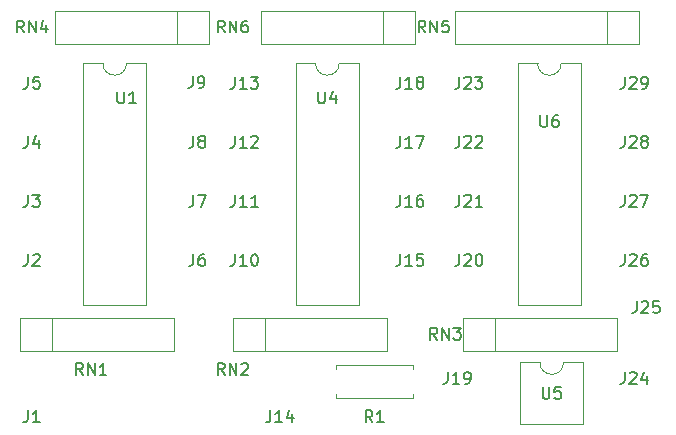
<source format=gbr>
%TF.GenerationSoftware,KiCad,Pcbnew,8.0.8-8.0.8-0~ubuntu22.04.1*%
%TF.CreationDate,2025-02-12T20:38:04+01:00*%
%TF.ProjectId,Optocopler,4f70746f-636f-4706-9c65-722e6b696361,rev?*%
%TF.SameCoordinates,Original*%
%TF.FileFunction,Legend,Top*%
%TF.FilePolarity,Positive*%
%FSLAX46Y46*%
G04 Gerber Fmt 4.6, Leading zero omitted, Abs format (unit mm)*
G04 Created by KiCad (PCBNEW 8.0.8-8.0.8-0~ubuntu22.04.1) date 2025-02-12 20:38:04*
%MOMM*%
%LPD*%
G01*
G04 APERTURE LIST*
%ADD10C,0.150000*%
%ADD11C,0.120000*%
G04 APERTURE END LIST*
D10*
X148285476Y-95554819D02*
X148285476Y-96269104D01*
X148285476Y-96269104D02*
X148237857Y-96411961D01*
X148237857Y-96411961D02*
X148142619Y-96507200D01*
X148142619Y-96507200D02*
X147999762Y-96554819D01*
X147999762Y-96554819D02*
X147904524Y-96554819D01*
X148714048Y-95650057D02*
X148761667Y-95602438D01*
X148761667Y-95602438D02*
X148856905Y-95554819D01*
X148856905Y-95554819D02*
X149095000Y-95554819D01*
X149095000Y-95554819D02*
X149190238Y-95602438D01*
X149190238Y-95602438D02*
X149237857Y-95650057D01*
X149237857Y-95650057D02*
X149285476Y-95745295D01*
X149285476Y-95745295D02*
X149285476Y-95840533D01*
X149285476Y-95840533D02*
X149237857Y-95983390D01*
X149237857Y-95983390D02*
X148666429Y-96554819D01*
X148666429Y-96554819D02*
X149285476Y-96554819D01*
X150142619Y-95888152D02*
X150142619Y-96554819D01*
X149904524Y-95507200D02*
X149666429Y-96221485D01*
X149666429Y-96221485D02*
X150285476Y-96221485D01*
X129285476Y-75554819D02*
X129285476Y-76269104D01*
X129285476Y-76269104D02*
X129237857Y-76411961D01*
X129237857Y-76411961D02*
X129142619Y-76507200D01*
X129142619Y-76507200D02*
X128999762Y-76554819D01*
X128999762Y-76554819D02*
X128904524Y-76554819D01*
X130285476Y-76554819D02*
X129714048Y-76554819D01*
X129999762Y-76554819D02*
X129999762Y-75554819D01*
X129999762Y-75554819D02*
X129904524Y-75697676D01*
X129904524Y-75697676D02*
X129809286Y-75792914D01*
X129809286Y-75792914D02*
X129714048Y-75840533D01*
X130618810Y-75554819D02*
X131285476Y-75554819D01*
X131285476Y-75554819D02*
X130856905Y-76554819D01*
X129285476Y-70554819D02*
X129285476Y-71269104D01*
X129285476Y-71269104D02*
X129237857Y-71411961D01*
X129237857Y-71411961D02*
X129142619Y-71507200D01*
X129142619Y-71507200D02*
X128999762Y-71554819D01*
X128999762Y-71554819D02*
X128904524Y-71554819D01*
X130285476Y-71554819D02*
X129714048Y-71554819D01*
X129999762Y-71554819D02*
X129999762Y-70554819D01*
X129999762Y-70554819D02*
X129904524Y-70697676D01*
X129904524Y-70697676D02*
X129809286Y-70792914D01*
X129809286Y-70792914D02*
X129714048Y-70840533D01*
X130856905Y-70983390D02*
X130761667Y-70935771D01*
X130761667Y-70935771D02*
X130714048Y-70888152D01*
X130714048Y-70888152D02*
X130666429Y-70792914D01*
X130666429Y-70792914D02*
X130666429Y-70745295D01*
X130666429Y-70745295D02*
X130714048Y-70650057D01*
X130714048Y-70650057D02*
X130761667Y-70602438D01*
X130761667Y-70602438D02*
X130856905Y-70554819D01*
X130856905Y-70554819D02*
X131047381Y-70554819D01*
X131047381Y-70554819D02*
X131142619Y-70602438D01*
X131142619Y-70602438D02*
X131190238Y-70650057D01*
X131190238Y-70650057D02*
X131237857Y-70745295D01*
X131237857Y-70745295D02*
X131237857Y-70792914D01*
X131237857Y-70792914D02*
X131190238Y-70888152D01*
X131190238Y-70888152D02*
X131142619Y-70935771D01*
X131142619Y-70935771D02*
X131047381Y-70983390D01*
X131047381Y-70983390D02*
X130856905Y-70983390D01*
X130856905Y-70983390D02*
X130761667Y-71031009D01*
X130761667Y-71031009D02*
X130714048Y-71078628D01*
X130714048Y-71078628D02*
X130666429Y-71173866D01*
X130666429Y-71173866D02*
X130666429Y-71364342D01*
X130666429Y-71364342D02*
X130714048Y-71459580D01*
X130714048Y-71459580D02*
X130761667Y-71507200D01*
X130761667Y-71507200D02*
X130856905Y-71554819D01*
X130856905Y-71554819D02*
X131047381Y-71554819D01*
X131047381Y-71554819D02*
X131142619Y-71507200D01*
X131142619Y-71507200D02*
X131190238Y-71459580D01*
X131190238Y-71459580D02*
X131237857Y-71364342D01*
X131237857Y-71364342D02*
X131237857Y-71173866D01*
X131237857Y-71173866D02*
X131190238Y-71078628D01*
X131190238Y-71078628D02*
X131142619Y-71031009D01*
X131142619Y-71031009D02*
X131047381Y-70983390D01*
X129285476Y-80554819D02*
X129285476Y-81269104D01*
X129285476Y-81269104D02*
X129237857Y-81411961D01*
X129237857Y-81411961D02*
X129142619Y-81507200D01*
X129142619Y-81507200D02*
X128999762Y-81554819D01*
X128999762Y-81554819D02*
X128904524Y-81554819D01*
X130285476Y-81554819D02*
X129714048Y-81554819D01*
X129999762Y-81554819D02*
X129999762Y-80554819D01*
X129999762Y-80554819D02*
X129904524Y-80697676D01*
X129904524Y-80697676D02*
X129809286Y-80792914D01*
X129809286Y-80792914D02*
X129714048Y-80840533D01*
X131142619Y-80554819D02*
X130952143Y-80554819D01*
X130952143Y-80554819D02*
X130856905Y-80602438D01*
X130856905Y-80602438D02*
X130809286Y-80650057D01*
X130809286Y-80650057D02*
X130714048Y-80792914D01*
X130714048Y-80792914D02*
X130666429Y-80983390D01*
X130666429Y-80983390D02*
X130666429Y-81364342D01*
X130666429Y-81364342D02*
X130714048Y-81459580D01*
X130714048Y-81459580D02*
X130761667Y-81507200D01*
X130761667Y-81507200D02*
X130856905Y-81554819D01*
X130856905Y-81554819D02*
X131047381Y-81554819D01*
X131047381Y-81554819D02*
X131142619Y-81507200D01*
X131142619Y-81507200D02*
X131190238Y-81459580D01*
X131190238Y-81459580D02*
X131237857Y-81364342D01*
X131237857Y-81364342D02*
X131237857Y-81126247D01*
X131237857Y-81126247D02*
X131190238Y-81031009D01*
X131190238Y-81031009D02*
X131142619Y-80983390D01*
X131142619Y-80983390D02*
X131047381Y-80935771D01*
X131047381Y-80935771D02*
X130856905Y-80935771D01*
X130856905Y-80935771D02*
X130761667Y-80983390D01*
X130761667Y-80983390D02*
X130714048Y-81031009D01*
X130714048Y-81031009D02*
X130666429Y-81126247D01*
X129285476Y-85554819D02*
X129285476Y-86269104D01*
X129285476Y-86269104D02*
X129237857Y-86411961D01*
X129237857Y-86411961D02*
X129142619Y-86507200D01*
X129142619Y-86507200D02*
X128999762Y-86554819D01*
X128999762Y-86554819D02*
X128904524Y-86554819D01*
X130285476Y-86554819D02*
X129714048Y-86554819D01*
X129999762Y-86554819D02*
X129999762Y-85554819D01*
X129999762Y-85554819D02*
X129904524Y-85697676D01*
X129904524Y-85697676D02*
X129809286Y-85792914D01*
X129809286Y-85792914D02*
X129714048Y-85840533D01*
X131190238Y-85554819D02*
X130714048Y-85554819D01*
X130714048Y-85554819D02*
X130666429Y-86031009D01*
X130666429Y-86031009D02*
X130714048Y-85983390D01*
X130714048Y-85983390D02*
X130809286Y-85935771D01*
X130809286Y-85935771D02*
X131047381Y-85935771D01*
X131047381Y-85935771D02*
X131142619Y-85983390D01*
X131142619Y-85983390D02*
X131190238Y-86031009D01*
X131190238Y-86031009D02*
X131237857Y-86126247D01*
X131237857Y-86126247D02*
X131237857Y-86364342D01*
X131237857Y-86364342D02*
X131190238Y-86459580D01*
X131190238Y-86459580D02*
X131142619Y-86507200D01*
X131142619Y-86507200D02*
X131047381Y-86554819D01*
X131047381Y-86554819D02*
X130809286Y-86554819D01*
X130809286Y-86554819D02*
X130714048Y-86507200D01*
X130714048Y-86507200D02*
X130666429Y-86459580D01*
X115285476Y-70554819D02*
X115285476Y-71269104D01*
X115285476Y-71269104D02*
X115237857Y-71411961D01*
X115237857Y-71411961D02*
X115142619Y-71507200D01*
X115142619Y-71507200D02*
X114999762Y-71554819D01*
X114999762Y-71554819D02*
X114904524Y-71554819D01*
X116285476Y-71554819D02*
X115714048Y-71554819D01*
X115999762Y-71554819D02*
X115999762Y-70554819D01*
X115999762Y-70554819D02*
X115904524Y-70697676D01*
X115904524Y-70697676D02*
X115809286Y-70792914D01*
X115809286Y-70792914D02*
X115714048Y-70840533D01*
X116618810Y-70554819D02*
X117237857Y-70554819D01*
X117237857Y-70554819D02*
X116904524Y-70935771D01*
X116904524Y-70935771D02*
X117047381Y-70935771D01*
X117047381Y-70935771D02*
X117142619Y-70983390D01*
X117142619Y-70983390D02*
X117190238Y-71031009D01*
X117190238Y-71031009D02*
X117237857Y-71126247D01*
X117237857Y-71126247D02*
X117237857Y-71364342D01*
X117237857Y-71364342D02*
X117190238Y-71459580D01*
X117190238Y-71459580D02*
X117142619Y-71507200D01*
X117142619Y-71507200D02*
X117047381Y-71554819D01*
X117047381Y-71554819D02*
X116761667Y-71554819D01*
X116761667Y-71554819D02*
X116666429Y-71507200D01*
X116666429Y-71507200D02*
X116618810Y-71459580D01*
X97761666Y-75554819D02*
X97761666Y-76269104D01*
X97761666Y-76269104D02*
X97714047Y-76411961D01*
X97714047Y-76411961D02*
X97618809Y-76507200D01*
X97618809Y-76507200D02*
X97475952Y-76554819D01*
X97475952Y-76554819D02*
X97380714Y-76554819D01*
X98666428Y-75888152D02*
X98666428Y-76554819D01*
X98428333Y-75507200D02*
X98190238Y-76221485D01*
X98190238Y-76221485D02*
X98809285Y-76221485D01*
X97761666Y-85554819D02*
X97761666Y-86269104D01*
X97761666Y-86269104D02*
X97714047Y-86411961D01*
X97714047Y-86411961D02*
X97618809Y-86507200D01*
X97618809Y-86507200D02*
X97475952Y-86554819D01*
X97475952Y-86554819D02*
X97380714Y-86554819D01*
X98190238Y-85650057D02*
X98237857Y-85602438D01*
X98237857Y-85602438D02*
X98333095Y-85554819D01*
X98333095Y-85554819D02*
X98571190Y-85554819D01*
X98571190Y-85554819D02*
X98666428Y-85602438D01*
X98666428Y-85602438D02*
X98714047Y-85650057D01*
X98714047Y-85650057D02*
X98761666Y-85745295D01*
X98761666Y-85745295D02*
X98761666Y-85840533D01*
X98761666Y-85840533D02*
X98714047Y-85983390D01*
X98714047Y-85983390D02*
X98142619Y-86554819D01*
X98142619Y-86554819D02*
X98761666Y-86554819D01*
X115285476Y-80554819D02*
X115285476Y-81269104D01*
X115285476Y-81269104D02*
X115237857Y-81411961D01*
X115237857Y-81411961D02*
X115142619Y-81507200D01*
X115142619Y-81507200D02*
X114999762Y-81554819D01*
X114999762Y-81554819D02*
X114904524Y-81554819D01*
X116285476Y-81554819D02*
X115714048Y-81554819D01*
X115999762Y-81554819D02*
X115999762Y-80554819D01*
X115999762Y-80554819D02*
X115904524Y-80697676D01*
X115904524Y-80697676D02*
X115809286Y-80792914D01*
X115809286Y-80792914D02*
X115714048Y-80840533D01*
X117237857Y-81554819D02*
X116666429Y-81554819D01*
X116952143Y-81554819D02*
X116952143Y-80554819D01*
X116952143Y-80554819D02*
X116856905Y-80697676D01*
X116856905Y-80697676D02*
X116761667Y-80792914D01*
X116761667Y-80792914D02*
X116666429Y-80840533D01*
X111761666Y-75554819D02*
X111761666Y-76269104D01*
X111761666Y-76269104D02*
X111714047Y-76411961D01*
X111714047Y-76411961D02*
X111618809Y-76507200D01*
X111618809Y-76507200D02*
X111475952Y-76554819D01*
X111475952Y-76554819D02*
X111380714Y-76554819D01*
X112380714Y-75983390D02*
X112285476Y-75935771D01*
X112285476Y-75935771D02*
X112237857Y-75888152D01*
X112237857Y-75888152D02*
X112190238Y-75792914D01*
X112190238Y-75792914D02*
X112190238Y-75745295D01*
X112190238Y-75745295D02*
X112237857Y-75650057D01*
X112237857Y-75650057D02*
X112285476Y-75602438D01*
X112285476Y-75602438D02*
X112380714Y-75554819D01*
X112380714Y-75554819D02*
X112571190Y-75554819D01*
X112571190Y-75554819D02*
X112666428Y-75602438D01*
X112666428Y-75602438D02*
X112714047Y-75650057D01*
X112714047Y-75650057D02*
X112761666Y-75745295D01*
X112761666Y-75745295D02*
X112761666Y-75792914D01*
X112761666Y-75792914D02*
X112714047Y-75888152D01*
X112714047Y-75888152D02*
X112666428Y-75935771D01*
X112666428Y-75935771D02*
X112571190Y-75983390D01*
X112571190Y-75983390D02*
X112380714Y-75983390D01*
X112380714Y-75983390D02*
X112285476Y-76031009D01*
X112285476Y-76031009D02*
X112237857Y-76078628D01*
X112237857Y-76078628D02*
X112190238Y-76173866D01*
X112190238Y-76173866D02*
X112190238Y-76364342D01*
X112190238Y-76364342D02*
X112237857Y-76459580D01*
X112237857Y-76459580D02*
X112285476Y-76507200D01*
X112285476Y-76507200D02*
X112380714Y-76554819D01*
X112380714Y-76554819D02*
X112571190Y-76554819D01*
X112571190Y-76554819D02*
X112666428Y-76507200D01*
X112666428Y-76507200D02*
X112714047Y-76459580D01*
X112714047Y-76459580D02*
X112761666Y-76364342D01*
X112761666Y-76364342D02*
X112761666Y-76173866D01*
X112761666Y-76173866D02*
X112714047Y-76078628D01*
X112714047Y-76078628D02*
X112666428Y-76031009D01*
X112666428Y-76031009D02*
X112571190Y-75983390D01*
X148285476Y-80554819D02*
X148285476Y-81269104D01*
X148285476Y-81269104D02*
X148237857Y-81411961D01*
X148237857Y-81411961D02*
X148142619Y-81507200D01*
X148142619Y-81507200D02*
X147999762Y-81554819D01*
X147999762Y-81554819D02*
X147904524Y-81554819D01*
X148714048Y-80650057D02*
X148761667Y-80602438D01*
X148761667Y-80602438D02*
X148856905Y-80554819D01*
X148856905Y-80554819D02*
X149095000Y-80554819D01*
X149095000Y-80554819D02*
X149190238Y-80602438D01*
X149190238Y-80602438D02*
X149237857Y-80650057D01*
X149237857Y-80650057D02*
X149285476Y-80745295D01*
X149285476Y-80745295D02*
X149285476Y-80840533D01*
X149285476Y-80840533D02*
X149237857Y-80983390D01*
X149237857Y-80983390D02*
X148666429Y-81554819D01*
X148666429Y-81554819D02*
X149285476Y-81554819D01*
X149618810Y-80554819D02*
X150285476Y-80554819D01*
X150285476Y-80554819D02*
X149856905Y-81554819D01*
X97404523Y-66804819D02*
X97071190Y-66328628D01*
X96833095Y-66804819D02*
X96833095Y-65804819D01*
X96833095Y-65804819D02*
X97214047Y-65804819D01*
X97214047Y-65804819D02*
X97309285Y-65852438D01*
X97309285Y-65852438D02*
X97356904Y-65900057D01*
X97356904Y-65900057D02*
X97404523Y-65995295D01*
X97404523Y-65995295D02*
X97404523Y-66138152D01*
X97404523Y-66138152D02*
X97356904Y-66233390D01*
X97356904Y-66233390D02*
X97309285Y-66281009D01*
X97309285Y-66281009D02*
X97214047Y-66328628D01*
X97214047Y-66328628D02*
X96833095Y-66328628D01*
X97833095Y-66804819D02*
X97833095Y-65804819D01*
X97833095Y-65804819D02*
X98404523Y-66804819D01*
X98404523Y-66804819D02*
X98404523Y-65804819D01*
X99309285Y-66138152D02*
X99309285Y-66804819D01*
X99071190Y-65757200D02*
X98833095Y-66471485D01*
X98833095Y-66471485D02*
X99452142Y-66471485D01*
X102404523Y-95804819D02*
X102071190Y-95328628D01*
X101833095Y-95804819D02*
X101833095Y-94804819D01*
X101833095Y-94804819D02*
X102214047Y-94804819D01*
X102214047Y-94804819D02*
X102309285Y-94852438D01*
X102309285Y-94852438D02*
X102356904Y-94900057D01*
X102356904Y-94900057D02*
X102404523Y-94995295D01*
X102404523Y-94995295D02*
X102404523Y-95138152D01*
X102404523Y-95138152D02*
X102356904Y-95233390D01*
X102356904Y-95233390D02*
X102309285Y-95281009D01*
X102309285Y-95281009D02*
X102214047Y-95328628D01*
X102214047Y-95328628D02*
X101833095Y-95328628D01*
X102833095Y-95804819D02*
X102833095Y-94804819D01*
X102833095Y-94804819D02*
X103404523Y-95804819D01*
X103404523Y-95804819D02*
X103404523Y-94804819D01*
X104404523Y-95804819D02*
X103833095Y-95804819D01*
X104118809Y-95804819D02*
X104118809Y-94804819D01*
X104118809Y-94804819D02*
X104023571Y-94947676D01*
X104023571Y-94947676D02*
X103928333Y-95042914D01*
X103928333Y-95042914D02*
X103833095Y-95090533D01*
X134285476Y-80554819D02*
X134285476Y-81269104D01*
X134285476Y-81269104D02*
X134237857Y-81411961D01*
X134237857Y-81411961D02*
X134142619Y-81507200D01*
X134142619Y-81507200D02*
X133999762Y-81554819D01*
X133999762Y-81554819D02*
X133904524Y-81554819D01*
X134714048Y-80650057D02*
X134761667Y-80602438D01*
X134761667Y-80602438D02*
X134856905Y-80554819D01*
X134856905Y-80554819D02*
X135095000Y-80554819D01*
X135095000Y-80554819D02*
X135190238Y-80602438D01*
X135190238Y-80602438D02*
X135237857Y-80650057D01*
X135237857Y-80650057D02*
X135285476Y-80745295D01*
X135285476Y-80745295D02*
X135285476Y-80840533D01*
X135285476Y-80840533D02*
X135237857Y-80983390D01*
X135237857Y-80983390D02*
X134666429Y-81554819D01*
X134666429Y-81554819D02*
X135285476Y-81554819D01*
X136237857Y-81554819D02*
X135666429Y-81554819D01*
X135952143Y-81554819D02*
X135952143Y-80554819D01*
X135952143Y-80554819D02*
X135856905Y-80697676D01*
X135856905Y-80697676D02*
X135761667Y-80792914D01*
X135761667Y-80792914D02*
X135666429Y-80840533D01*
X111761666Y-85554819D02*
X111761666Y-86269104D01*
X111761666Y-86269104D02*
X111714047Y-86411961D01*
X111714047Y-86411961D02*
X111618809Y-86507200D01*
X111618809Y-86507200D02*
X111475952Y-86554819D01*
X111475952Y-86554819D02*
X111380714Y-86554819D01*
X112666428Y-85554819D02*
X112475952Y-85554819D01*
X112475952Y-85554819D02*
X112380714Y-85602438D01*
X112380714Y-85602438D02*
X112333095Y-85650057D01*
X112333095Y-85650057D02*
X112237857Y-85792914D01*
X112237857Y-85792914D02*
X112190238Y-85983390D01*
X112190238Y-85983390D02*
X112190238Y-86364342D01*
X112190238Y-86364342D02*
X112237857Y-86459580D01*
X112237857Y-86459580D02*
X112285476Y-86507200D01*
X112285476Y-86507200D02*
X112380714Y-86554819D01*
X112380714Y-86554819D02*
X112571190Y-86554819D01*
X112571190Y-86554819D02*
X112666428Y-86507200D01*
X112666428Y-86507200D02*
X112714047Y-86459580D01*
X112714047Y-86459580D02*
X112761666Y-86364342D01*
X112761666Y-86364342D02*
X112761666Y-86126247D01*
X112761666Y-86126247D02*
X112714047Y-86031009D01*
X112714047Y-86031009D02*
X112666428Y-85983390D01*
X112666428Y-85983390D02*
X112571190Y-85935771D01*
X112571190Y-85935771D02*
X112380714Y-85935771D01*
X112380714Y-85935771D02*
X112285476Y-85983390D01*
X112285476Y-85983390D02*
X112237857Y-86031009D01*
X112237857Y-86031009D02*
X112190238Y-86126247D01*
X111761666Y-80554819D02*
X111761666Y-81269104D01*
X111761666Y-81269104D02*
X111714047Y-81411961D01*
X111714047Y-81411961D02*
X111618809Y-81507200D01*
X111618809Y-81507200D02*
X111475952Y-81554819D01*
X111475952Y-81554819D02*
X111380714Y-81554819D01*
X112142619Y-80554819D02*
X112809285Y-80554819D01*
X112809285Y-80554819D02*
X112380714Y-81554819D01*
X134285476Y-85554819D02*
X134285476Y-86269104D01*
X134285476Y-86269104D02*
X134237857Y-86411961D01*
X134237857Y-86411961D02*
X134142619Y-86507200D01*
X134142619Y-86507200D02*
X133999762Y-86554819D01*
X133999762Y-86554819D02*
X133904524Y-86554819D01*
X134714048Y-85650057D02*
X134761667Y-85602438D01*
X134761667Y-85602438D02*
X134856905Y-85554819D01*
X134856905Y-85554819D02*
X135095000Y-85554819D01*
X135095000Y-85554819D02*
X135190238Y-85602438D01*
X135190238Y-85602438D02*
X135237857Y-85650057D01*
X135237857Y-85650057D02*
X135285476Y-85745295D01*
X135285476Y-85745295D02*
X135285476Y-85840533D01*
X135285476Y-85840533D02*
X135237857Y-85983390D01*
X135237857Y-85983390D02*
X134666429Y-86554819D01*
X134666429Y-86554819D02*
X135285476Y-86554819D01*
X135904524Y-85554819D02*
X135999762Y-85554819D01*
X135999762Y-85554819D02*
X136095000Y-85602438D01*
X136095000Y-85602438D02*
X136142619Y-85650057D01*
X136142619Y-85650057D02*
X136190238Y-85745295D01*
X136190238Y-85745295D02*
X136237857Y-85935771D01*
X136237857Y-85935771D02*
X136237857Y-86173866D01*
X136237857Y-86173866D02*
X136190238Y-86364342D01*
X136190238Y-86364342D02*
X136142619Y-86459580D01*
X136142619Y-86459580D02*
X136095000Y-86507200D01*
X136095000Y-86507200D02*
X135999762Y-86554819D01*
X135999762Y-86554819D02*
X135904524Y-86554819D01*
X135904524Y-86554819D02*
X135809286Y-86507200D01*
X135809286Y-86507200D02*
X135761667Y-86459580D01*
X135761667Y-86459580D02*
X135714048Y-86364342D01*
X135714048Y-86364342D02*
X135666429Y-86173866D01*
X135666429Y-86173866D02*
X135666429Y-85935771D01*
X135666429Y-85935771D02*
X135714048Y-85745295D01*
X135714048Y-85745295D02*
X135761667Y-85650057D01*
X135761667Y-85650057D02*
X135809286Y-85602438D01*
X135809286Y-85602438D02*
X135904524Y-85554819D01*
X133285476Y-95554819D02*
X133285476Y-96269104D01*
X133285476Y-96269104D02*
X133237857Y-96411961D01*
X133237857Y-96411961D02*
X133142619Y-96507200D01*
X133142619Y-96507200D02*
X132999762Y-96554819D01*
X132999762Y-96554819D02*
X132904524Y-96554819D01*
X134285476Y-96554819D02*
X133714048Y-96554819D01*
X133999762Y-96554819D02*
X133999762Y-95554819D01*
X133999762Y-95554819D02*
X133904524Y-95697676D01*
X133904524Y-95697676D02*
X133809286Y-95792914D01*
X133809286Y-95792914D02*
X133714048Y-95840533D01*
X134761667Y-96554819D02*
X134952143Y-96554819D01*
X134952143Y-96554819D02*
X135047381Y-96507200D01*
X135047381Y-96507200D02*
X135095000Y-96459580D01*
X135095000Y-96459580D02*
X135190238Y-96316723D01*
X135190238Y-96316723D02*
X135237857Y-96126247D01*
X135237857Y-96126247D02*
X135237857Y-95745295D01*
X135237857Y-95745295D02*
X135190238Y-95650057D01*
X135190238Y-95650057D02*
X135142619Y-95602438D01*
X135142619Y-95602438D02*
X135047381Y-95554819D01*
X135047381Y-95554819D02*
X134856905Y-95554819D01*
X134856905Y-95554819D02*
X134761667Y-95602438D01*
X134761667Y-95602438D02*
X134714048Y-95650057D01*
X134714048Y-95650057D02*
X134666429Y-95745295D01*
X134666429Y-95745295D02*
X134666429Y-95983390D01*
X134666429Y-95983390D02*
X134714048Y-96078628D01*
X134714048Y-96078628D02*
X134761667Y-96126247D01*
X134761667Y-96126247D02*
X134856905Y-96173866D01*
X134856905Y-96173866D02*
X135047381Y-96173866D01*
X135047381Y-96173866D02*
X135142619Y-96126247D01*
X135142619Y-96126247D02*
X135190238Y-96078628D01*
X135190238Y-96078628D02*
X135237857Y-95983390D01*
X141333095Y-96804819D02*
X141333095Y-97614342D01*
X141333095Y-97614342D02*
X141380714Y-97709580D01*
X141380714Y-97709580D02*
X141428333Y-97757200D01*
X141428333Y-97757200D02*
X141523571Y-97804819D01*
X141523571Y-97804819D02*
X141714047Y-97804819D01*
X141714047Y-97804819D02*
X141809285Y-97757200D01*
X141809285Y-97757200D02*
X141856904Y-97709580D01*
X141856904Y-97709580D02*
X141904523Y-97614342D01*
X141904523Y-97614342D02*
X141904523Y-96804819D01*
X142856904Y-96804819D02*
X142380714Y-96804819D01*
X142380714Y-96804819D02*
X142333095Y-97281009D01*
X142333095Y-97281009D02*
X142380714Y-97233390D01*
X142380714Y-97233390D02*
X142475952Y-97185771D01*
X142475952Y-97185771D02*
X142714047Y-97185771D01*
X142714047Y-97185771D02*
X142809285Y-97233390D01*
X142809285Y-97233390D02*
X142856904Y-97281009D01*
X142856904Y-97281009D02*
X142904523Y-97376247D01*
X142904523Y-97376247D02*
X142904523Y-97614342D01*
X142904523Y-97614342D02*
X142856904Y-97709580D01*
X142856904Y-97709580D02*
X142809285Y-97757200D01*
X142809285Y-97757200D02*
X142714047Y-97804819D01*
X142714047Y-97804819D02*
X142475952Y-97804819D01*
X142475952Y-97804819D02*
X142380714Y-97757200D01*
X142380714Y-97757200D02*
X142333095Y-97709580D01*
X97761666Y-98804819D02*
X97761666Y-99519104D01*
X97761666Y-99519104D02*
X97714047Y-99661961D01*
X97714047Y-99661961D02*
X97618809Y-99757200D01*
X97618809Y-99757200D02*
X97475952Y-99804819D01*
X97475952Y-99804819D02*
X97380714Y-99804819D01*
X98761666Y-99804819D02*
X98190238Y-99804819D01*
X98475952Y-99804819D02*
X98475952Y-98804819D01*
X98475952Y-98804819D02*
X98380714Y-98947676D01*
X98380714Y-98947676D02*
X98285476Y-99042914D01*
X98285476Y-99042914D02*
X98190238Y-99090533D01*
X148285476Y-70554819D02*
X148285476Y-71269104D01*
X148285476Y-71269104D02*
X148237857Y-71411961D01*
X148237857Y-71411961D02*
X148142619Y-71507200D01*
X148142619Y-71507200D02*
X147999762Y-71554819D01*
X147999762Y-71554819D02*
X147904524Y-71554819D01*
X148714048Y-70650057D02*
X148761667Y-70602438D01*
X148761667Y-70602438D02*
X148856905Y-70554819D01*
X148856905Y-70554819D02*
X149095000Y-70554819D01*
X149095000Y-70554819D02*
X149190238Y-70602438D01*
X149190238Y-70602438D02*
X149237857Y-70650057D01*
X149237857Y-70650057D02*
X149285476Y-70745295D01*
X149285476Y-70745295D02*
X149285476Y-70840533D01*
X149285476Y-70840533D02*
X149237857Y-70983390D01*
X149237857Y-70983390D02*
X148666429Y-71554819D01*
X148666429Y-71554819D02*
X149285476Y-71554819D01*
X149761667Y-71554819D02*
X149952143Y-71554819D01*
X149952143Y-71554819D02*
X150047381Y-71507200D01*
X150047381Y-71507200D02*
X150095000Y-71459580D01*
X150095000Y-71459580D02*
X150190238Y-71316723D01*
X150190238Y-71316723D02*
X150237857Y-71126247D01*
X150237857Y-71126247D02*
X150237857Y-70745295D01*
X150237857Y-70745295D02*
X150190238Y-70650057D01*
X150190238Y-70650057D02*
X150142619Y-70602438D01*
X150142619Y-70602438D02*
X150047381Y-70554819D01*
X150047381Y-70554819D02*
X149856905Y-70554819D01*
X149856905Y-70554819D02*
X149761667Y-70602438D01*
X149761667Y-70602438D02*
X149714048Y-70650057D01*
X149714048Y-70650057D02*
X149666429Y-70745295D01*
X149666429Y-70745295D02*
X149666429Y-70983390D01*
X149666429Y-70983390D02*
X149714048Y-71078628D01*
X149714048Y-71078628D02*
X149761667Y-71126247D01*
X149761667Y-71126247D02*
X149856905Y-71173866D01*
X149856905Y-71173866D02*
X150047381Y-71173866D01*
X150047381Y-71173866D02*
X150142619Y-71126247D01*
X150142619Y-71126247D02*
X150190238Y-71078628D01*
X150190238Y-71078628D02*
X150237857Y-70983390D01*
X141143095Y-73804819D02*
X141143095Y-74614342D01*
X141143095Y-74614342D02*
X141190714Y-74709580D01*
X141190714Y-74709580D02*
X141238333Y-74757200D01*
X141238333Y-74757200D02*
X141333571Y-74804819D01*
X141333571Y-74804819D02*
X141524047Y-74804819D01*
X141524047Y-74804819D02*
X141619285Y-74757200D01*
X141619285Y-74757200D02*
X141666904Y-74709580D01*
X141666904Y-74709580D02*
X141714523Y-74614342D01*
X141714523Y-74614342D02*
X141714523Y-73804819D01*
X142619285Y-73804819D02*
X142428809Y-73804819D01*
X142428809Y-73804819D02*
X142333571Y-73852438D01*
X142333571Y-73852438D02*
X142285952Y-73900057D01*
X142285952Y-73900057D02*
X142190714Y-74042914D01*
X142190714Y-74042914D02*
X142143095Y-74233390D01*
X142143095Y-74233390D02*
X142143095Y-74614342D01*
X142143095Y-74614342D02*
X142190714Y-74709580D01*
X142190714Y-74709580D02*
X142238333Y-74757200D01*
X142238333Y-74757200D02*
X142333571Y-74804819D01*
X142333571Y-74804819D02*
X142524047Y-74804819D01*
X142524047Y-74804819D02*
X142619285Y-74757200D01*
X142619285Y-74757200D02*
X142666904Y-74709580D01*
X142666904Y-74709580D02*
X142714523Y-74614342D01*
X142714523Y-74614342D02*
X142714523Y-74376247D01*
X142714523Y-74376247D02*
X142666904Y-74281009D01*
X142666904Y-74281009D02*
X142619285Y-74233390D01*
X142619285Y-74233390D02*
X142524047Y-74185771D01*
X142524047Y-74185771D02*
X142333571Y-74185771D01*
X142333571Y-74185771D02*
X142238333Y-74233390D01*
X142238333Y-74233390D02*
X142190714Y-74281009D01*
X142190714Y-74281009D02*
X142143095Y-74376247D01*
X114404523Y-66804819D02*
X114071190Y-66328628D01*
X113833095Y-66804819D02*
X113833095Y-65804819D01*
X113833095Y-65804819D02*
X114214047Y-65804819D01*
X114214047Y-65804819D02*
X114309285Y-65852438D01*
X114309285Y-65852438D02*
X114356904Y-65900057D01*
X114356904Y-65900057D02*
X114404523Y-65995295D01*
X114404523Y-65995295D02*
X114404523Y-66138152D01*
X114404523Y-66138152D02*
X114356904Y-66233390D01*
X114356904Y-66233390D02*
X114309285Y-66281009D01*
X114309285Y-66281009D02*
X114214047Y-66328628D01*
X114214047Y-66328628D02*
X113833095Y-66328628D01*
X114833095Y-66804819D02*
X114833095Y-65804819D01*
X114833095Y-65804819D02*
X115404523Y-66804819D01*
X115404523Y-66804819D02*
X115404523Y-65804819D01*
X116309285Y-65804819D02*
X116118809Y-65804819D01*
X116118809Y-65804819D02*
X116023571Y-65852438D01*
X116023571Y-65852438D02*
X115975952Y-65900057D01*
X115975952Y-65900057D02*
X115880714Y-66042914D01*
X115880714Y-66042914D02*
X115833095Y-66233390D01*
X115833095Y-66233390D02*
X115833095Y-66614342D01*
X115833095Y-66614342D02*
X115880714Y-66709580D01*
X115880714Y-66709580D02*
X115928333Y-66757200D01*
X115928333Y-66757200D02*
X116023571Y-66804819D01*
X116023571Y-66804819D02*
X116214047Y-66804819D01*
X116214047Y-66804819D02*
X116309285Y-66757200D01*
X116309285Y-66757200D02*
X116356904Y-66709580D01*
X116356904Y-66709580D02*
X116404523Y-66614342D01*
X116404523Y-66614342D02*
X116404523Y-66376247D01*
X116404523Y-66376247D02*
X116356904Y-66281009D01*
X116356904Y-66281009D02*
X116309285Y-66233390D01*
X116309285Y-66233390D02*
X116214047Y-66185771D01*
X116214047Y-66185771D02*
X116023571Y-66185771D01*
X116023571Y-66185771D02*
X115928333Y-66233390D01*
X115928333Y-66233390D02*
X115880714Y-66281009D01*
X115880714Y-66281009D02*
X115833095Y-66376247D01*
X132404523Y-92804819D02*
X132071190Y-92328628D01*
X131833095Y-92804819D02*
X131833095Y-91804819D01*
X131833095Y-91804819D02*
X132214047Y-91804819D01*
X132214047Y-91804819D02*
X132309285Y-91852438D01*
X132309285Y-91852438D02*
X132356904Y-91900057D01*
X132356904Y-91900057D02*
X132404523Y-91995295D01*
X132404523Y-91995295D02*
X132404523Y-92138152D01*
X132404523Y-92138152D02*
X132356904Y-92233390D01*
X132356904Y-92233390D02*
X132309285Y-92281009D01*
X132309285Y-92281009D02*
X132214047Y-92328628D01*
X132214047Y-92328628D02*
X131833095Y-92328628D01*
X132833095Y-92804819D02*
X132833095Y-91804819D01*
X132833095Y-91804819D02*
X133404523Y-92804819D01*
X133404523Y-92804819D02*
X133404523Y-91804819D01*
X133785476Y-91804819D02*
X134404523Y-91804819D01*
X134404523Y-91804819D02*
X134071190Y-92185771D01*
X134071190Y-92185771D02*
X134214047Y-92185771D01*
X134214047Y-92185771D02*
X134309285Y-92233390D01*
X134309285Y-92233390D02*
X134356904Y-92281009D01*
X134356904Y-92281009D02*
X134404523Y-92376247D01*
X134404523Y-92376247D02*
X134404523Y-92614342D01*
X134404523Y-92614342D02*
X134356904Y-92709580D01*
X134356904Y-92709580D02*
X134309285Y-92757200D01*
X134309285Y-92757200D02*
X134214047Y-92804819D01*
X134214047Y-92804819D02*
X133928333Y-92804819D01*
X133928333Y-92804819D02*
X133833095Y-92757200D01*
X133833095Y-92757200D02*
X133785476Y-92709580D01*
X115285476Y-85554819D02*
X115285476Y-86269104D01*
X115285476Y-86269104D02*
X115237857Y-86411961D01*
X115237857Y-86411961D02*
X115142619Y-86507200D01*
X115142619Y-86507200D02*
X114999762Y-86554819D01*
X114999762Y-86554819D02*
X114904524Y-86554819D01*
X116285476Y-86554819D02*
X115714048Y-86554819D01*
X115999762Y-86554819D02*
X115999762Y-85554819D01*
X115999762Y-85554819D02*
X115904524Y-85697676D01*
X115904524Y-85697676D02*
X115809286Y-85792914D01*
X115809286Y-85792914D02*
X115714048Y-85840533D01*
X116904524Y-85554819D02*
X116999762Y-85554819D01*
X116999762Y-85554819D02*
X117095000Y-85602438D01*
X117095000Y-85602438D02*
X117142619Y-85650057D01*
X117142619Y-85650057D02*
X117190238Y-85745295D01*
X117190238Y-85745295D02*
X117237857Y-85935771D01*
X117237857Y-85935771D02*
X117237857Y-86173866D01*
X117237857Y-86173866D02*
X117190238Y-86364342D01*
X117190238Y-86364342D02*
X117142619Y-86459580D01*
X117142619Y-86459580D02*
X117095000Y-86507200D01*
X117095000Y-86507200D02*
X116999762Y-86554819D01*
X116999762Y-86554819D02*
X116904524Y-86554819D01*
X116904524Y-86554819D02*
X116809286Y-86507200D01*
X116809286Y-86507200D02*
X116761667Y-86459580D01*
X116761667Y-86459580D02*
X116714048Y-86364342D01*
X116714048Y-86364342D02*
X116666429Y-86173866D01*
X116666429Y-86173866D02*
X116666429Y-85935771D01*
X116666429Y-85935771D02*
X116714048Y-85745295D01*
X116714048Y-85745295D02*
X116761667Y-85650057D01*
X116761667Y-85650057D02*
X116809286Y-85602438D01*
X116809286Y-85602438D02*
X116904524Y-85554819D01*
X148285476Y-75554819D02*
X148285476Y-76269104D01*
X148285476Y-76269104D02*
X148237857Y-76411961D01*
X148237857Y-76411961D02*
X148142619Y-76507200D01*
X148142619Y-76507200D02*
X147999762Y-76554819D01*
X147999762Y-76554819D02*
X147904524Y-76554819D01*
X148714048Y-75650057D02*
X148761667Y-75602438D01*
X148761667Y-75602438D02*
X148856905Y-75554819D01*
X148856905Y-75554819D02*
X149095000Y-75554819D01*
X149095000Y-75554819D02*
X149190238Y-75602438D01*
X149190238Y-75602438D02*
X149237857Y-75650057D01*
X149237857Y-75650057D02*
X149285476Y-75745295D01*
X149285476Y-75745295D02*
X149285476Y-75840533D01*
X149285476Y-75840533D02*
X149237857Y-75983390D01*
X149237857Y-75983390D02*
X148666429Y-76554819D01*
X148666429Y-76554819D02*
X149285476Y-76554819D01*
X149856905Y-75983390D02*
X149761667Y-75935771D01*
X149761667Y-75935771D02*
X149714048Y-75888152D01*
X149714048Y-75888152D02*
X149666429Y-75792914D01*
X149666429Y-75792914D02*
X149666429Y-75745295D01*
X149666429Y-75745295D02*
X149714048Y-75650057D01*
X149714048Y-75650057D02*
X149761667Y-75602438D01*
X149761667Y-75602438D02*
X149856905Y-75554819D01*
X149856905Y-75554819D02*
X150047381Y-75554819D01*
X150047381Y-75554819D02*
X150142619Y-75602438D01*
X150142619Y-75602438D02*
X150190238Y-75650057D01*
X150190238Y-75650057D02*
X150237857Y-75745295D01*
X150237857Y-75745295D02*
X150237857Y-75792914D01*
X150237857Y-75792914D02*
X150190238Y-75888152D01*
X150190238Y-75888152D02*
X150142619Y-75935771D01*
X150142619Y-75935771D02*
X150047381Y-75983390D01*
X150047381Y-75983390D02*
X149856905Y-75983390D01*
X149856905Y-75983390D02*
X149761667Y-76031009D01*
X149761667Y-76031009D02*
X149714048Y-76078628D01*
X149714048Y-76078628D02*
X149666429Y-76173866D01*
X149666429Y-76173866D02*
X149666429Y-76364342D01*
X149666429Y-76364342D02*
X149714048Y-76459580D01*
X149714048Y-76459580D02*
X149761667Y-76507200D01*
X149761667Y-76507200D02*
X149856905Y-76554819D01*
X149856905Y-76554819D02*
X150047381Y-76554819D01*
X150047381Y-76554819D02*
X150142619Y-76507200D01*
X150142619Y-76507200D02*
X150190238Y-76459580D01*
X150190238Y-76459580D02*
X150237857Y-76364342D01*
X150237857Y-76364342D02*
X150237857Y-76173866D01*
X150237857Y-76173866D02*
X150190238Y-76078628D01*
X150190238Y-76078628D02*
X150142619Y-76031009D01*
X150142619Y-76031009D02*
X150047381Y-75983390D01*
X149285476Y-89554819D02*
X149285476Y-90269104D01*
X149285476Y-90269104D02*
X149237857Y-90411961D01*
X149237857Y-90411961D02*
X149142619Y-90507200D01*
X149142619Y-90507200D02*
X148999762Y-90554819D01*
X148999762Y-90554819D02*
X148904524Y-90554819D01*
X149714048Y-89650057D02*
X149761667Y-89602438D01*
X149761667Y-89602438D02*
X149856905Y-89554819D01*
X149856905Y-89554819D02*
X150095000Y-89554819D01*
X150095000Y-89554819D02*
X150190238Y-89602438D01*
X150190238Y-89602438D02*
X150237857Y-89650057D01*
X150237857Y-89650057D02*
X150285476Y-89745295D01*
X150285476Y-89745295D02*
X150285476Y-89840533D01*
X150285476Y-89840533D02*
X150237857Y-89983390D01*
X150237857Y-89983390D02*
X149666429Y-90554819D01*
X149666429Y-90554819D02*
X150285476Y-90554819D01*
X151190238Y-89554819D02*
X150714048Y-89554819D01*
X150714048Y-89554819D02*
X150666429Y-90031009D01*
X150666429Y-90031009D02*
X150714048Y-89983390D01*
X150714048Y-89983390D02*
X150809286Y-89935771D01*
X150809286Y-89935771D02*
X151047381Y-89935771D01*
X151047381Y-89935771D02*
X151142619Y-89983390D01*
X151142619Y-89983390D02*
X151190238Y-90031009D01*
X151190238Y-90031009D02*
X151237857Y-90126247D01*
X151237857Y-90126247D02*
X151237857Y-90364342D01*
X151237857Y-90364342D02*
X151190238Y-90459580D01*
X151190238Y-90459580D02*
X151142619Y-90507200D01*
X151142619Y-90507200D02*
X151047381Y-90554819D01*
X151047381Y-90554819D02*
X150809286Y-90554819D01*
X150809286Y-90554819D02*
X150714048Y-90507200D01*
X150714048Y-90507200D02*
X150666429Y-90459580D01*
X111701666Y-70494819D02*
X111701666Y-71209104D01*
X111701666Y-71209104D02*
X111654047Y-71351961D01*
X111654047Y-71351961D02*
X111558809Y-71447200D01*
X111558809Y-71447200D02*
X111415952Y-71494819D01*
X111415952Y-71494819D02*
X111320714Y-71494819D01*
X112225476Y-71494819D02*
X112415952Y-71494819D01*
X112415952Y-71494819D02*
X112511190Y-71447200D01*
X112511190Y-71447200D02*
X112558809Y-71399580D01*
X112558809Y-71399580D02*
X112654047Y-71256723D01*
X112654047Y-71256723D02*
X112701666Y-71066247D01*
X112701666Y-71066247D02*
X112701666Y-70685295D01*
X112701666Y-70685295D02*
X112654047Y-70590057D01*
X112654047Y-70590057D02*
X112606428Y-70542438D01*
X112606428Y-70542438D02*
X112511190Y-70494819D01*
X112511190Y-70494819D02*
X112320714Y-70494819D01*
X112320714Y-70494819D02*
X112225476Y-70542438D01*
X112225476Y-70542438D02*
X112177857Y-70590057D01*
X112177857Y-70590057D02*
X112130238Y-70685295D01*
X112130238Y-70685295D02*
X112130238Y-70923390D01*
X112130238Y-70923390D02*
X112177857Y-71018628D01*
X112177857Y-71018628D02*
X112225476Y-71066247D01*
X112225476Y-71066247D02*
X112320714Y-71113866D01*
X112320714Y-71113866D02*
X112511190Y-71113866D01*
X112511190Y-71113866D02*
X112606428Y-71066247D01*
X112606428Y-71066247D02*
X112654047Y-71018628D01*
X112654047Y-71018628D02*
X112701666Y-70923390D01*
X134285476Y-70554819D02*
X134285476Y-71269104D01*
X134285476Y-71269104D02*
X134237857Y-71411961D01*
X134237857Y-71411961D02*
X134142619Y-71507200D01*
X134142619Y-71507200D02*
X133999762Y-71554819D01*
X133999762Y-71554819D02*
X133904524Y-71554819D01*
X134714048Y-70650057D02*
X134761667Y-70602438D01*
X134761667Y-70602438D02*
X134856905Y-70554819D01*
X134856905Y-70554819D02*
X135095000Y-70554819D01*
X135095000Y-70554819D02*
X135190238Y-70602438D01*
X135190238Y-70602438D02*
X135237857Y-70650057D01*
X135237857Y-70650057D02*
X135285476Y-70745295D01*
X135285476Y-70745295D02*
X135285476Y-70840533D01*
X135285476Y-70840533D02*
X135237857Y-70983390D01*
X135237857Y-70983390D02*
X134666429Y-71554819D01*
X134666429Y-71554819D02*
X135285476Y-71554819D01*
X135618810Y-70554819D02*
X136237857Y-70554819D01*
X136237857Y-70554819D02*
X135904524Y-70935771D01*
X135904524Y-70935771D02*
X136047381Y-70935771D01*
X136047381Y-70935771D02*
X136142619Y-70983390D01*
X136142619Y-70983390D02*
X136190238Y-71031009D01*
X136190238Y-71031009D02*
X136237857Y-71126247D01*
X136237857Y-71126247D02*
X136237857Y-71364342D01*
X136237857Y-71364342D02*
X136190238Y-71459580D01*
X136190238Y-71459580D02*
X136142619Y-71507200D01*
X136142619Y-71507200D02*
X136047381Y-71554819D01*
X136047381Y-71554819D02*
X135761667Y-71554819D01*
X135761667Y-71554819D02*
X135666429Y-71507200D01*
X135666429Y-71507200D02*
X135618810Y-71459580D01*
X126928333Y-99804819D02*
X126595000Y-99328628D01*
X126356905Y-99804819D02*
X126356905Y-98804819D01*
X126356905Y-98804819D02*
X126737857Y-98804819D01*
X126737857Y-98804819D02*
X126833095Y-98852438D01*
X126833095Y-98852438D02*
X126880714Y-98900057D01*
X126880714Y-98900057D02*
X126928333Y-98995295D01*
X126928333Y-98995295D02*
X126928333Y-99138152D01*
X126928333Y-99138152D02*
X126880714Y-99233390D01*
X126880714Y-99233390D02*
X126833095Y-99281009D01*
X126833095Y-99281009D02*
X126737857Y-99328628D01*
X126737857Y-99328628D02*
X126356905Y-99328628D01*
X127880714Y-99804819D02*
X127309286Y-99804819D01*
X127595000Y-99804819D02*
X127595000Y-98804819D01*
X127595000Y-98804819D02*
X127499762Y-98947676D01*
X127499762Y-98947676D02*
X127404524Y-99042914D01*
X127404524Y-99042914D02*
X127309286Y-99090533D01*
X131404523Y-66804819D02*
X131071190Y-66328628D01*
X130833095Y-66804819D02*
X130833095Y-65804819D01*
X130833095Y-65804819D02*
X131214047Y-65804819D01*
X131214047Y-65804819D02*
X131309285Y-65852438D01*
X131309285Y-65852438D02*
X131356904Y-65900057D01*
X131356904Y-65900057D02*
X131404523Y-65995295D01*
X131404523Y-65995295D02*
X131404523Y-66138152D01*
X131404523Y-66138152D02*
X131356904Y-66233390D01*
X131356904Y-66233390D02*
X131309285Y-66281009D01*
X131309285Y-66281009D02*
X131214047Y-66328628D01*
X131214047Y-66328628D02*
X130833095Y-66328628D01*
X131833095Y-66804819D02*
X131833095Y-65804819D01*
X131833095Y-65804819D02*
X132404523Y-66804819D01*
X132404523Y-66804819D02*
X132404523Y-65804819D01*
X133356904Y-65804819D02*
X132880714Y-65804819D01*
X132880714Y-65804819D02*
X132833095Y-66281009D01*
X132833095Y-66281009D02*
X132880714Y-66233390D01*
X132880714Y-66233390D02*
X132975952Y-66185771D01*
X132975952Y-66185771D02*
X133214047Y-66185771D01*
X133214047Y-66185771D02*
X133309285Y-66233390D01*
X133309285Y-66233390D02*
X133356904Y-66281009D01*
X133356904Y-66281009D02*
X133404523Y-66376247D01*
X133404523Y-66376247D02*
X133404523Y-66614342D01*
X133404523Y-66614342D02*
X133356904Y-66709580D01*
X133356904Y-66709580D02*
X133309285Y-66757200D01*
X133309285Y-66757200D02*
X133214047Y-66804819D01*
X133214047Y-66804819D02*
X132975952Y-66804819D01*
X132975952Y-66804819D02*
X132880714Y-66757200D01*
X132880714Y-66757200D02*
X132833095Y-66709580D01*
X114404523Y-95804819D02*
X114071190Y-95328628D01*
X113833095Y-95804819D02*
X113833095Y-94804819D01*
X113833095Y-94804819D02*
X114214047Y-94804819D01*
X114214047Y-94804819D02*
X114309285Y-94852438D01*
X114309285Y-94852438D02*
X114356904Y-94900057D01*
X114356904Y-94900057D02*
X114404523Y-94995295D01*
X114404523Y-94995295D02*
X114404523Y-95138152D01*
X114404523Y-95138152D02*
X114356904Y-95233390D01*
X114356904Y-95233390D02*
X114309285Y-95281009D01*
X114309285Y-95281009D02*
X114214047Y-95328628D01*
X114214047Y-95328628D02*
X113833095Y-95328628D01*
X114833095Y-95804819D02*
X114833095Y-94804819D01*
X114833095Y-94804819D02*
X115404523Y-95804819D01*
X115404523Y-95804819D02*
X115404523Y-94804819D01*
X115833095Y-94900057D02*
X115880714Y-94852438D01*
X115880714Y-94852438D02*
X115975952Y-94804819D01*
X115975952Y-94804819D02*
X116214047Y-94804819D01*
X116214047Y-94804819D02*
X116309285Y-94852438D01*
X116309285Y-94852438D02*
X116356904Y-94900057D01*
X116356904Y-94900057D02*
X116404523Y-94995295D01*
X116404523Y-94995295D02*
X116404523Y-95090533D01*
X116404523Y-95090533D02*
X116356904Y-95233390D01*
X116356904Y-95233390D02*
X115785476Y-95804819D01*
X115785476Y-95804819D02*
X116404523Y-95804819D01*
X122343095Y-71804819D02*
X122343095Y-72614342D01*
X122343095Y-72614342D02*
X122390714Y-72709580D01*
X122390714Y-72709580D02*
X122438333Y-72757200D01*
X122438333Y-72757200D02*
X122533571Y-72804819D01*
X122533571Y-72804819D02*
X122724047Y-72804819D01*
X122724047Y-72804819D02*
X122819285Y-72757200D01*
X122819285Y-72757200D02*
X122866904Y-72709580D01*
X122866904Y-72709580D02*
X122914523Y-72614342D01*
X122914523Y-72614342D02*
X122914523Y-71804819D01*
X123819285Y-72138152D02*
X123819285Y-72804819D01*
X123581190Y-71757200D02*
X123343095Y-72471485D01*
X123343095Y-72471485D02*
X123962142Y-72471485D01*
X97761666Y-70554819D02*
X97761666Y-71269104D01*
X97761666Y-71269104D02*
X97714047Y-71411961D01*
X97714047Y-71411961D02*
X97618809Y-71507200D01*
X97618809Y-71507200D02*
X97475952Y-71554819D01*
X97475952Y-71554819D02*
X97380714Y-71554819D01*
X98714047Y-70554819D02*
X98237857Y-70554819D01*
X98237857Y-70554819D02*
X98190238Y-71031009D01*
X98190238Y-71031009D02*
X98237857Y-70983390D01*
X98237857Y-70983390D02*
X98333095Y-70935771D01*
X98333095Y-70935771D02*
X98571190Y-70935771D01*
X98571190Y-70935771D02*
X98666428Y-70983390D01*
X98666428Y-70983390D02*
X98714047Y-71031009D01*
X98714047Y-71031009D02*
X98761666Y-71126247D01*
X98761666Y-71126247D02*
X98761666Y-71364342D01*
X98761666Y-71364342D02*
X98714047Y-71459580D01*
X98714047Y-71459580D02*
X98666428Y-71507200D01*
X98666428Y-71507200D02*
X98571190Y-71554819D01*
X98571190Y-71554819D02*
X98333095Y-71554819D01*
X98333095Y-71554819D02*
X98237857Y-71507200D01*
X98237857Y-71507200D02*
X98190238Y-71459580D01*
X134285476Y-75554819D02*
X134285476Y-76269104D01*
X134285476Y-76269104D02*
X134237857Y-76411961D01*
X134237857Y-76411961D02*
X134142619Y-76507200D01*
X134142619Y-76507200D02*
X133999762Y-76554819D01*
X133999762Y-76554819D02*
X133904524Y-76554819D01*
X134714048Y-75650057D02*
X134761667Y-75602438D01*
X134761667Y-75602438D02*
X134856905Y-75554819D01*
X134856905Y-75554819D02*
X135095000Y-75554819D01*
X135095000Y-75554819D02*
X135190238Y-75602438D01*
X135190238Y-75602438D02*
X135237857Y-75650057D01*
X135237857Y-75650057D02*
X135285476Y-75745295D01*
X135285476Y-75745295D02*
X135285476Y-75840533D01*
X135285476Y-75840533D02*
X135237857Y-75983390D01*
X135237857Y-75983390D02*
X134666429Y-76554819D01*
X134666429Y-76554819D02*
X135285476Y-76554819D01*
X135666429Y-75650057D02*
X135714048Y-75602438D01*
X135714048Y-75602438D02*
X135809286Y-75554819D01*
X135809286Y-75554819D02*
X136047381Y-75554819D01*
X136047381Y-75554819D02*
X136142619Y-75602438D01*
X136142619Y-75602438D02*
X136190238Y-75650057D01*
X136190238Y-75650057D02*
X136237857Y-75745295D01*
X136237857Y-75745295D02*
X136237857Y-75840533D01*
X136237857Y-75840533D02*
X136190238Y-75983390D01*
X136190238Y-75983390D02*
X135618810Y-76554819D01*
X135618810Y-76554819D02*
X136237857Y-76554819D01*
X97761666Y-80554819D02*
X97761666Y-81269104D01*
X97761666Y-81269104D02*
X97714047Y-81411961D01*
X97714047Y-81411961D02*
X97618809Y-81507200D01*
X97618809Y-81507200D02*
X97475952Y-81554819D01*
X97475952Y-81554819D02*
X97380714Y-81554819D01*
X98142619Y-80554819D02*
X98761666Y-80554819D01*
X98761666Y-80554819D02*
X98428333Y-80935771D01*
X98428333Y-80935771D02*
X98571190Y-80935771D01*
X98571190Y-80935771D02*
X98666428Y-80983390D01*
X98666428Y-80983390D02*
X98714047Y-81031009D01*
X98714047Y-81031009D02*
X98761666Y-81126247D01*
X98761666Y-81126247D02*
X98761666Y-81364342D01*
X98761666Y-81364342D02*
X98714047Y-81459580D01*
X98714047Y-81459580D02*
X98666428Y-81507200D01*
X98666428Y-81507200D02*
X98571190Y-81554819D01*
X98571190Y-81554819D02*
X98285476Y-81554819D01*
X98285476Y-81554819D02*
X98190238Y-81507200D01*
X98190238Y-81507200D02*
X98142619Y-81459580D01*
X118285476Y-98804819D02*
X118285476Y-99519104D01*
X118285476Y-99519104D02*
X118237857Y-99661961D01*
X118237857Y-99661961D02*
X118142619Y-99757200D01*
X118142619Y-99757200D02*
X117999762Y-99804819D01*
X117999762Y-99804819D02*
X117904524Y-99804819D01*
X119285476Y-99804819D02*
X118714048Y-99804819D01*
X118999762Y-99804819D02*
X118999762Y-98804819D01*
X118999762Y-98804819D02*
X118904524Y-98947676D01*
X118904524Y-98947676D02*
X118809286Y-99042914D01*
X118809286Y-99042914D02*
X118714048Y-99090533D01*
X120142619Y-99138152D02*
X120142619Y-99804819D01*
X119904524Y-98757200D02*
X119666429Y-99471485D01*
X119666429Y-99471485D02*
X120285476Y-99471485D01*
X115285476Y-75554819D02*
X115285476Y-76269104D01*
X115285476Y-76269104D02*
X115237857Y-76411961D01*
X115237857Y-76411961D02*
X115142619Y-76507200D01*
X115142619Y-76507200D02*
X114999762Y-76554819D01*
X114999762Y-76554819D02*
X114904524Y-76554819D01*
X116285476Y-76554819D02*
X115714048Y-76554819D01*
X115999762Y-76554819D02*
X115999762Y-75554819D01*
X115999762Y-75554819D02*
X115904524Y-75697676D01*
X115904524Y-75697676D02*
X115809286Y-75792914D01*
X115809286Y-75792914D02*
X115714048Y-75840533D01*
X116666429Y-75650057D02*
X116714048Y-75602438D01*
X116714048Y-75602438D02*
X116809286Y-75554819D01*
X116809286Y-75554819D02*
X117047381Y-75554819D01*
X117047381Y-75554819D02*
X117142619Y-75602438D01*
X117142619Y-75602438D02*
X117190238Y-75650057D01*
X117190238Y-75650057D02*
X117237857Y-75745295D01*
X117237857Y-75745295D02*
X117237857Y-75840533D01*
X117237857Y-75840533D02*
X117190238Y-75983390D01*
X117190238Y-75983390D02*
X116618810Y-76554819D01*
X116618810Y-76554819D02*
X117237857Y-76554819D01*
X105333095Y-71804819D02*
X105333095Y-72614342D01*
X105333095Y-72614342D02*
X105380714Y-72709580D01*
X105380714Y-72709580D02*
X105428333Y-72757200D01*
X105428333Y-72757200D02*
X105523571Y-72804819D01*
X105523571Y-72804819D02*
X105714047Y-72804819D01*
X105714047Y-72804819D02*
X105809285Y-72757200D01*
X105809285Y-72757200D02*
X105856904Y-72709580D01*
X105856904Y-72709580D02*
X105904523Y-72614342D01*
X105904523Y-72614342D02*
X105904523Y-71804819D01*
X106904523Y-72804819D02*
X106333095Y-72804819D01*
X106618809Y-72804819D02*
X106618809Y-71804819D01*
X106618809Y-71804819D02*
X106523571Y-71947676D01*
X106523571Y-71947676D02*
X106428333Y-72042914D01*
X106428333Y-72042914D02*
X106333095Y-72090533D01*
X148285476Y-85554819D02*
X148285476Y-86269104D01*
X148285476Y-86269104D02*
X148237857Y-86411961D01*
X148237857Y-86411961D02*
X148142619Y-86507200D01*
X148142619Y-86507200D02*
X147999762Y-86554819D01*
X147999762Y-86554819D02*
X147904524Y-86554819D01*
X148714048Y-85650057D02*
X148761667Y-85602438D01*
X148761667Y-85602438D02*
X148856905Y-85554819D01*
X148856905Y-85554819D02*
X149095000Y-85554819D01*
X149095000Y-85554819D02*
X149190238Y-85602438D01*
X149190238Y-85602438D02*
X149237857Y-85650057D01*
X149237857Y-85650057D02*
X149285476Y-85745295D01*
X149285476Y-85745295D02*
X149285476Y-85840533D01*
X149285476Y-85840533D02*
X149237857Y-85983390D01*
X149237857Y-85983390D02*
X148666429Y-86554819D01*
X148666429Y-86554819D02*
X149285476Y-86554819D01*
X150142619Y-85554819D02*
X149952143Y-85554819D01*
X149952143Y-85554819D02*
X149856905Y-85602438D01*
X149856905Y-85602438D02*
X149809286Y-85650057D01*
X149809286Y-85650057D02*
X149714048Y-85792914D01*
X149714048Y-85792914D02*
X149666429Y-85983390D01*
X149666429Y-85983390D02*
X149666429Y-86364342D01*
X149666429Y-86364342D02*
X149714048Y-86459580D01*
X149714048Y-86459580D02*
X149761667Y-86507200D01*
X149761667Y-86507200D02*
X149856905Y-86554819D01*
X149856905Y-86554819D02*
X150047381Y-86554819D01*
X150047381Y-86554819D02*
X150142619Y-86507200D01*
X150142619Y-86507200D02*
X150190238Y-86459580D01*
X150190238Y-86459580D02*
X150237857Y-86364342D01*
X150237857Y-86364342D02*
X150237857Y-86126247D01*
X150237857Y-86126247D02*
X150190238Y-86031009D01*
X150190238Y-86031009D02*
X150142619Y-85983390D01*
X150142619Y-85983390D02*
X150047381Y-85935771D01*
X150047381Y-85935771D02*
X149856905Y-85935771D01*
X149856905Y-85935771D02*
X149761667Y-85983390D01*
X149761667Y-85983390D02*
X149714048Y-86031009D01*
X149714048Y-86031009D02*
X149666429Y-86126247D01*
D11*
%TO.C,RN4*%
X100035000Y-64950000D02*
X100035000Y-67750000D01*
X100035000Y-67750000D02*
X113075000Y-67750000D01*
X110365000Y-67750000D02*
X110365000Y-64950000D01*
X113075000Y-64950000D02*
X100035000Y-64950000D01*
X113075000Y-67750000D02*
X113075000Y-64950000D01*
%TO.C,RN1*%
X97115000Y-90950000D02*
X97115000Y-93750000D01*
X97115000Y-93750000D02*
X110155000Y-93750000D01*
X99825000Y-90950000D02*
X99825000Y-93750000D01*
X110155000Y-90950000D02*
X97115000Y-90950000D01*
X110155000Y-93750000D02*
X110155000Y-90950000D01*
%TO.C,U5*%
X139455000Y-94745000D02*
X139455000Y-99945000D01*
X139455000Y-99945000D02*
X144755000Y-99945000D01*
X141105000Y-94745000D02*
X139455000Y-94745000D01*
X144755000Y-94745000D02*
X143105000Y-94745000D01*
X144755000Y-99945000D02*
X144755000Y-94745000D01*
X143105000Y-94745000D02*
G75*
G02*
X141105000Y-94745000I-1000000J0D01*
G01*
%TO.C,U6*%
X139255000Y-69420000D02*
X139255000Y-89860000D01*
X139255000Y-89860000D02*
X144555000Y-89860000D01*
X140905000Y-69420000D02*
X139255000Y-69420000D01*
X144555000Y-69420000D02*
X142905000Y-69420000D01*
X144555000Y-89860000D02*
X144555000Y-69420000D01*
X142905000Y-69420000D02*
G75*
G02*
X140905000Y-69420000I-1000000J0D01*
G01*
%TO.C,RN6*%
X117495000Y-64950000D02*
X117495000Y-67750000D01*
X117495000Y-67750000D02*
X130535000Y-67750000D01*
X127825000Y-67750000D02*
X127825000Y-64950000D01*
X130535000Y-64950000D02*
X117495000Y-64950000D01*
X130535000Y-67750000D02*
X130535000Y-64950000D01*
%TO.C,RN3*%
X134555000Y-90950000D02*
X134555000Y-93750000D01*
X134555000Y-93750000D02*
X147595000Y-93750000D01*
X137265000Y-90950000D02*
X137265000Y-93750000D01*
X147595000Y-90950000D02*
X134555000Y-90950000D01*
X147595000Y-93750000D02*
X147595000Y-90950000D01*
%TO.C,R1*%
X123825000Y-94980000D02*
X130365000Y-94980000D01*
X123825000Y-95310000D02*
X123825000Y-94980000D01*
X123825000Y-97390000D02*
X123825000Y-97720000D01*
X123825000Y-97720000D02*
X130365000Y-97720000D01*
X130365000Y-94980000D02*
X130365000Y-95310000D01*
X130365000Y-97720000D02*
X130365000Y-97390000D01*
%TO.C,RN5*%
X133955000Y-64950000D02*
X133955000Y-67750000D01*
X133955000Y-67750000D02*
X149535000Y-67750000D01*
X146825000Y-67750000D02*
X146825000Y-64950000D01*
X149535000Y-64950000D02*
X133955000Y-64950000D01*
X149535000Y-67750000D02*
X149535000Y-64950000D01*
%TO.C,RN2*%
X115115000Y-90950000D02*
X115115000Y-93750000D01*
X115115000Y-93750000D02*
X128155000Y-93750000D01*
X117825000Y-90950000D02*
X117825000Y-93750000D01*
X128155000Y-90950000D02*
X115115000Y-90950000D01*
X128155000Y-93750000D02*
X128155000Y-90950000D01*
%TO.C,U4*%
X120455000Y-69420000D02*
X120455000Y-89860000D01*
X120455000Y-89860000D02*
X125755000Y-89860000D01*
X122105000Y-69420000D02*
X120455000Y-69420000D01*
X125755000Y-69420000D02*
X124105000Y-69420000D01*
X125755000Y-89860000D02*
X125755000Y-69420000D01*
X124105000Y-69420000D02*
G75*
G02*
X122105000Y-69420000I-1000000J0D01*
G01*
%TO.C,U1*%
X102455000Y-69420000D02*
X102455000Y-89860000D01*
X102455000Y-89860000D02*
X107755000Y-89860000D01*
X104105000Y-69420000D02*
X102455000Y-69420000D01*
X107755000Y-69420000D02*
X106105000Y-69420000D01*
X107755000Y-89860000D02*
X107755000Y-69420000D01*
X106105000Y-69420000D02*
G75*
G02*
X104105000Y-69420000I-1000000J0D01*
G01*
%TD*%
M02*

</source>
